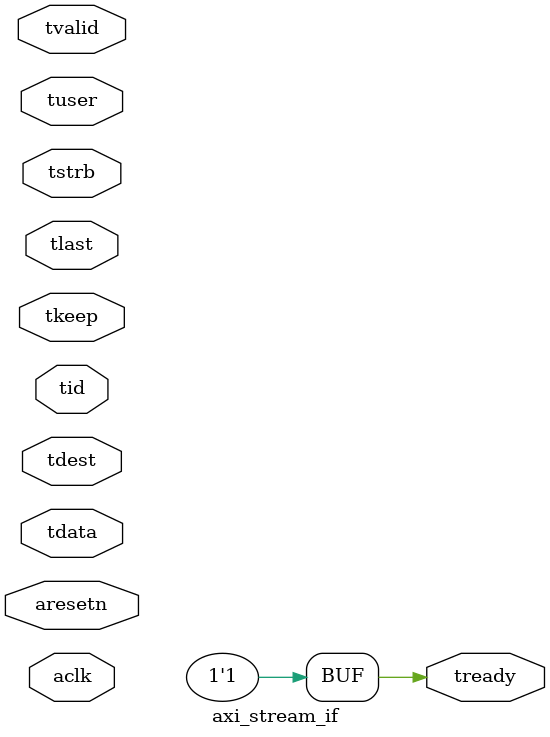
<source format=v>

module axi_stream_if #(
  parameter DATA_WIDTH = 32,
  parameter DEST_WIDTH = 4,
  parameter USER_WIDTH = 4,
  parameter ID_WIDTH = 4,
  parameter HAS_STRB = 0,
  parameter HAS_KEEP = 0,
  parameter HAS_LAST = 1,
  parameter HAS_DEST = 0,
  parameter HAS_USER = 0,
  parameter HAS_ID = 0
)(
  // AXI stream interface signals
  input wire aclk,
  input wire aresetn,
  input wire [DATA_WIDTH-1:0] tdata,
  input wire [DEST_WIDTH-1:0] tdest,
  input wire [USER_WIDTH-1:0] tuser,
  input wire [ID_WIDTH-1:0] tid,
  input wire [(DATA_WIDTH/8)-1:0] tstrb,
  input wire [(DATA_WIDTH/8)-1:0] tkeep,
  input wire tlast,
  input wire tvalid,
  output wire tready
);

  // AXI stream interface assignments
  assign tready = 1'b1; // Always ready to accept data

  // Implement your custom logic here
  // You can access the AXI stream signals (tdata, tdest, tuser, tid, tstrb, tkeep, tlast, tvalid)
  // and perform necessary operations based on your requirements

  // Example: Logging AXI stream data
  always @(posedge aclk) begin
    if (tvalid && tready) begin
      $display("AXI Stream Data: tdata=%h, tdest=%h, tuser=%h, tid=%h, tstrb=%h, tkeep=%h, tlast=%b",
               tdata, tdest, tuser, tid, tstrb, tkeep, tlast);
    end
  end

endmodule
</source>
